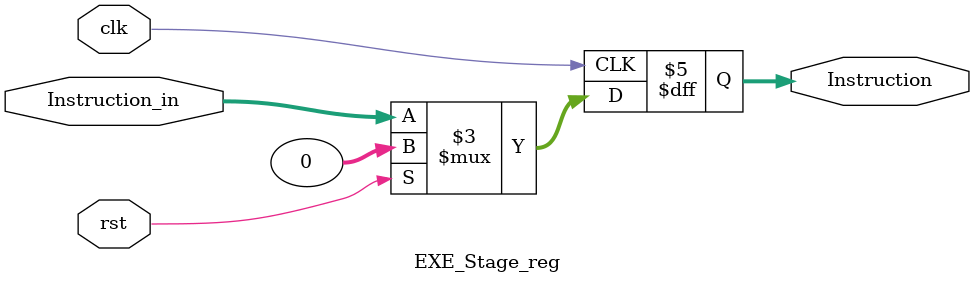
<source format=v>
module EXE_Stage_reg
	(
		clk,
		rst,
		Instruction_in,
		Instruction
	);
	
	// input and output ports
	input			clk;
	input			rst;
	input	[31:0]	Instruction_in;
	output	[31:0]	Instruction;
	
	// registers
	reg		[31:0]	Instruction;
	
	// build module
	always @(posedge clk)
	begin
		if(rst)
			Instruction <= 32'b0;
		else
			Instruction = Instruction_in;
	end
	
endmodule

</source>
